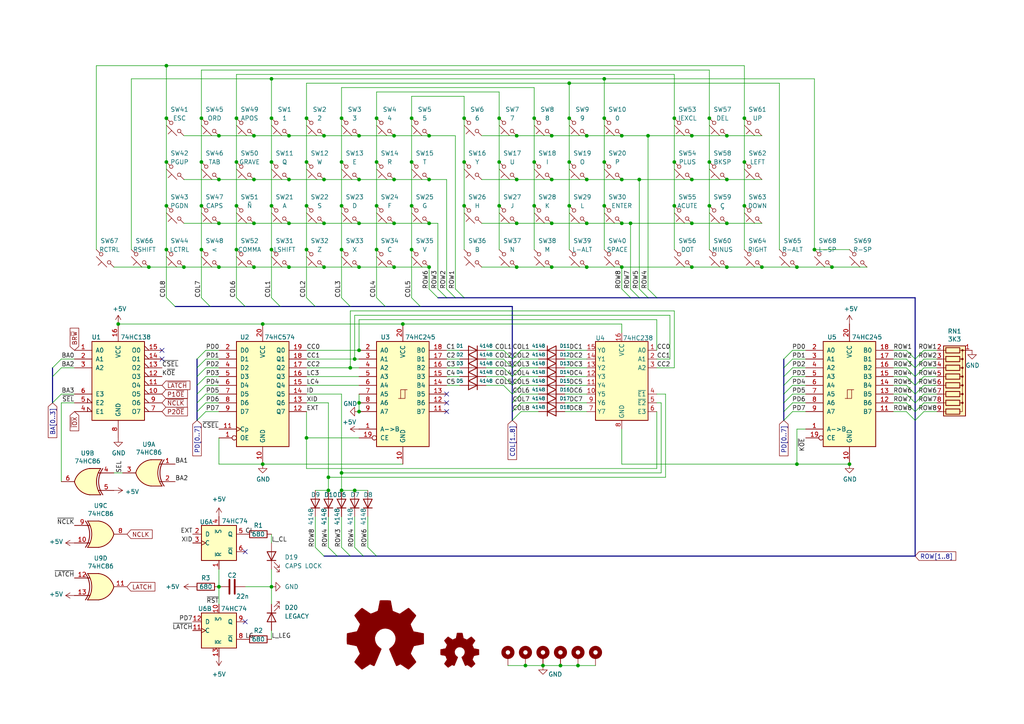
<source format=kicad_sch>
(kicad_sch (version 20231120) (generator "eeschema") (generator_version "8.0")
  (paper "A4")
  (title_block (title "Durango·PLUS extended Keyboard (compact)") (date "2024-11-11") (rev "v1.0") (company "@zuiko21") (comment 1 "(c) 2023-2024 Carlos J. Santisteban"))
  (junction (at 48.26 46.99))
  (junction (at 185.42 52.07))
  (junction (at 231.14 134.62))
  (junction (at 88.9 34.29))
  (junction (at 187.96 39.37))
  (junction (at 58.42 72.39))
  (junction (at 99.06 137.16))
  (junction (at 104.14 52.07))
  (junction (at 109.22 34.29))
  (junction (at 104.14 116.84))
  (junction (at 78.74 170.18))
  (junction (at 124.46 52.07))
  (junction (at 134.62 46.99))
  (junction (at 76.2 134.62))
  (junction (at 114.3 77.47))
  (junction (at 104.14 39.37))
  (junction (at 102.87 104.14))
  (junction (at 95.25 142.24))
  (junction (at 152.4 193.04))
  (junction (at 149.86 52.07))
  (junction (at 78.74 72.39))
  (junction (at 200.66 39.37))
  (junction (at 99.06 59.69))
  (junction (at 134.62 59.69))
  (junction (at 73.66 77.47))
  (junction (at 34.29 93.98))
  (junction (at 83.82 64.77))
  (junction (at 162.56 193.04))
  (junction (at 144.78 34.29))
  (junction (at 200.66 77.47))
  (junction (at 101.6 106.68))
  (junction (at 180.34 64.77))
  (junction (at 93.98 52.07))
  (junction (at 124.46 64.77))
  (junction (at 109.22 46.99))
  (junction (at 210.82 52.07))
  (junction (at 95.25 138.43))
  (junction (at 236.22 72.39))
  (junction (at 165.1 34.29))
  (junction (at 195.58 34.29))
  (junction (at 205.74 59.69))
  (junction (at 58.42 34.29))
  (junction (at 73.66 52.07))
  (junction (at 88.9 127))
  (junction (at 149.86 64.77))
  (junction (at 165.1 46.99))
  (junction (at 48.26 34.29))
  (junction (at 154.94 59.69))
  (junction (at 124.46 77.47))
  (junction (at 124.46 39.37))
  (junction (at 215.9 59.69))
  (junction (at 93.98 77.47))
  (junction (at 104.14 101.6))
  (junction (at 119.38 46.99))
  (junction (at 88.9 72.39))
  (junction (at 205.74 34.29))
  (junction (at 58.42 59.69))
  (junction (at 102.87 142.24))
  (junction (at 48.26 72.39))
  (junction (at 144.78 46.99))
  (junction (at 210.82 77.47))
  (junction (at 63.5 64.77))
  (junction (at 99.06 72.39))
  (junction (at 68.58 34.29))
  (junction (at 114.3 39.37))
  (junction (at 210.82 64.77))
  (junction (at 99.06 46.99))
  (junction (at 88.9 59.69))
  (junction (at 48.26 19.05))
  (junction (at 165.1 59.69))
  (junction (at 154.94 46.99))
  (junction (at 154.94 34.29))
  (junction (at 160.02 77.47))
  (junction (at 175.26 34.29))
  (junction (at 99.06 142.24))
  (junction (at 170.18 52.07))
  (junction (at 99.06 34.29))
  (junction (at 93.98 39.37))
  (junction (at 170.18 39.37))
  (junction (at 83.82 52.07))
  (junction (at 210.82 39.37))
  (junction (at 144.78 59.69))
  (junction (at 180.34 39.37))
  (junction (at 160.02 39.37))
  (junction (at 78.74 34.29))
  (junction (at 114.3 52.07))
  (junction (at 73.66 64.77))
  (junction (at 43.18 77.47))
  (junction (at 68.58 72.39))
  (junction (at 48.26 59.69))
  (junction (at 215.9 34.29))
  (junction (at 83.82 77.47))
  (junction (at 109.22 72.39))
  (junction (at 241.3 77.47))
  (junction (at 220.98 77.47))
  (junction (at 175.26 59.69))
  (junction (at 205.74 46.99))
  (junction (at 175.26 46.99))
  (junction (at 53.34 77.47))
  (junction (at 182.88 64.77))
  (junction (at 170.18 64.77))
  (junction (at 231.14 77.47))
  (junction (at 63.5 77.47))
  (junction (at 165.1 24.13))
  (junction (at 58.42 46.99))
  (junction (at 119.38 59.69))
  (junction (at 76.2 93.98))
  (junction (at 78.74 59.69))
  (junction (at 200.66 64.77))
  (junction (at 104.14 77.47))
  (junction (at 83.82 39.37))
  (junction (at 167.64 193.04))
  (junction (at 93.98 64.77))
  (junction (at 180.34 52.07))
  (junction (at 170.18 77.47))
  (junction (at 109.22 59.69))
  (junction (at 134.62 34.29))
  (junction (at 63.5 170.18))
  (junction (at 180.34 77.47))
  (junction (at 119.38 34.29))
  (junction (at 78.74 46.99))
  (junction (at 73.66 39.37))
  (junction (at 104.14 119.38))
  (junction (at 246.38 134.62))
  (junction (at 195.58 46.99))
  (junction (at 160.02 64.77))
  (junction (at 88.9 46.99))
  (junction (at 149.86 39.37))
  (junction (at 195.58 59.69))
  (junction (at 175.26 22.86))
  (junction (at 200.66 52.07))
  (junction (at 78.74 22.86))
  (junction (at 149.86 77.47))
  (junction (at 63.5 52.07))
  (junction (at 114.3 64.77))
  (junction (at 157.48 193.04))
  (junction (at 68.58 59.69))
  (junction (at 215.9 46.99))
  (junction (at 119.38 72.39))
  (junction (at 104.14 64.77))
  (junction (at 68.58 46.99))
  (junction (at 63.5 39.37))
  (junction (at 116.84 93.98))
  (junction (at 160.02 52.07))
  (no_connect (at 129.54 114.3))
  (no_connect (at 129.54 116.84))
  (no_connect (at 71.12 180.34))
  (no_connect (at 129.54 119.38))
  (no_connect (at 71.12 160.02))
  (no_connect (at 46.99 104.14))
  (no_connect (at 46.99 101.6))
  (bus_entry (at 262.89 111.76) (size 2.54 2.54))
  (bus_entry (at 57.15 104.14) (size 2.54 -2.54))
  (bus_entry (at 229.87 116.84) (size -2.54 2.54))
  (bus_entry (at 262.89 116.84) (size 2.54 2.54))
  (bus_entry (at 267.97 119.38) (size -2.54 2.54))
  (bus_entry (at 267.97 111.76) (size -2.54 2.54))
  (bus_entry (at 267.97 116.84) (size -2.54 2.54))
  (bus_entry (at 48.26 86.36) (size 2.54 2.54))
  (bus_entry (at 267.97 114.3) (size -2.54 2.54))
  (bus_entry (at 182.88 83.82) (size 2.54 2.54))
  (bus_entry (at 151.13 111.76) (size -2.54 2.54))
  (bus_entry (at 106.68 158.75) (size 2.54 2.54))
  (bus_entry (at 267.97 106.68) (size -2.54 2.54))
  (bus_entry (at 99.06 86.36) (size 2.54 2.54))
  (bus_entry (at 57.15 121.92) (size 2.54 -2.54))
  (bus_entry (at 146.05 111.76) (size 2.54 2.54))
  (bus_entry (at 146.05 109.22) (size 2.54 2.54))
  (bus_entry (at 15.24 109.22) (size 2.54 -2.54))
  (bus_entry (at 180.34 83.82) (size 2.54 2.54))
  (bus_entry (at 151.13 104.14) (size -2.54 2.54))
  (bus_entry (at 151.13 106.68) (size -2.54 2.54))
  (bus_entry (at 151.13 119.38) (size -2.54 2.54))
  (bus_entry (at 229.87 114.3) (size -2.54 2.54))
  (bus_entry (at 267.97 101.6) (size -2.54 2.54))
  (bus_entry (at 15.24 116.84) (size 2.54 -2.54))
  (bus_entry (at 146.05 104.14) (size 2.54 2.54))
  (bus_entry (at 15.24 106.68) (size 2.54 -2.54))
  (bus_entry (at 88.9 86.36) (size 2.54 2.54))
  (bus_entry (at 57.15 106.68) (size 2.54 -2.54))
  (bus_entry (at 185.42 83.82) (size 2.54 2.54))
  (bus_entry (at 229.87 109.22) (size -2.54 2.54))
  (bus_entry (at 146.05 101.6) (size 2.54 2.54))
  (bus_entry (at 262.89 104.14) (size 2.54 2.54))
  (bus_entry (at 132.08 83.82) (size 2.54 2.54))
  (bus_entry (at 68.58 86.36) (size 2.54 2.54))
  (bus_entry (at 151.13 114.3) (size -2.54 2.54))
  (bus_entry (at 129.54 83.82) (size 2.54 2.54))
  (bus_entry (at 229.87 111.76) (size -2.54 2.54))
  (bus_entry (at 229.87 101.6) (size -2.54 2.54))
  (bus_entry (at 99.06 158.75) (size 2.54 2.54))
  (bus_entry (at 57.15 116.84) (size 2.54 -2.54))
  (bus_entry (at 229.87 119.38) (size -2.54 2.54))
  (bus_entry (at 57.15 119.38) (size 2.54 -2.54))
  (bus_entry (at 262.89 114.3) (size 2.54 2.54))
  (bus_entry (at 229.87 106.68) (size -2.54 2.54))
  (bus_entry (at 151.13 101.6) (size -2.54 2.54))
  (bus_entry (at 151.13 109.22) (size -2.54 2.54))
  (bus_entry (at 102.87 158.75) (size 2.54 2.54))
  (bus_entry (at 109.22 86.36) (size 2.54 2.54))
  (bus_entry (at 267.97 104.14) (size -2.54 2.54))
  (bus_entry (at 146.05 106.68) (size 2.54 2.54))
  (bus_entry (at 262.89 109.22) (size 2.54 2.54))
  (bus_entry (at 119.38 86.36) (size 2.54 2.54))
  (bus_entry (at 127 83.82) (size 2.54 2.54))
  (bus_entry (at 262.89 119.38) (size 2.54 2.54))
  (bus_entry (at 91.44 158.75) (size 2.54 2.54))
  (bus_entry (at 124.46 83.82) (size 2.54 2.54))
  (bus_entry (at 58.42 86.36) (size 2.54 2.54))
  (bus_entry (at 151.13 116.84) (size -2.54 2.54))
  (bus_entry (at 57.15 111.76) (size 2.54 -2.54))
  (bus_entry (at 57.15 114.3) (size 2.54 -2.54))
  (bus_entry (at 262.89 106.68) (size 2.54 2.54))
  (bus_entry (at 57.15 109.22) (size 2.54 -2.54))
  (bus_entry (at 95.25 158.75) (size 2.54 2.54))
  (bus_entry (at 78.74 86.36) (size 2.54 2.54))
  (bus_entry (at 262.89 101.6) (size 2.54 2.54))
  (bus_entry (at 187.96 83.82) (size 2.54 2.54))
  (bus_entry (at 267.97 109.22) (size -2.54 2.54))
  (bus_entry (at 229.87 104.14) (size -2.54 2.54))
  (wire (pts (xy 259.08 111.76) (xy 262.89 111.76)))
  (wire (pts (xy 83.82 77.47) (xy 93.98 77.47)))
  (wire (pts (xy 95.25 138.43) (xy 193.04 138.43)))
  (wire (pts (xy 109.22 34.29) (xy 109.22 46.99)))
  (bus (pts (xy 227.33 106.68) (xy 227.33 109.22)))
  (bus (pts (xy 148.59 114.3) (xy 148.59 116.84)))
  (wire (pts (xy 58.42 34.29) (xy 58.42 46.99)))
  (wire (pts (xy 48.26 19.05) (xy 215.9 19.05)))
  (bus (pts (xy 227.33 119.38) (xy 227.33 121.92)))
  (wire (pts (xy 63.5 170.18) (xy 63.5 175.26)))
  (wire (pts (xy 193.04 114.3) (xy 190.5 114.3)))
  (bus (pts (xy 101.6 161.29) (xy 105.41 161.29)))
  (wire (pts (xy 93.98 77.47) (xy 104.14 77.47)))
  (wire (pts (xy 156.21 101.6) (xy 151.13 101.6)))
  (wire (pts (xy 114.3 39.37) (xy 124.46 39.37)))
  (wire (pts (xy 124.46 64.77) (xy 127 64.77)))
  (wire (pts (xy 63.5 39.37) (xy 73.66 39.37)))
  (wire (pts (xy 88.9 111.76) (xy 104.14 111.76)))
  (wire (pts (xy 210.82 52.07) (xy 220.98 52.07)))
  (wire (pts (xy 170.18 64.77) (xy 180.34 64.77)))
  (wire (pts (xy 48.26 59.69) (xy 48.26 72.39)))
  (wire (pts (xy 59.69 106.68) (xy 63.5 106.68)))
  (wire (pts (xy 127 64.77) (xy 127 83.82)))
  (bus (pts (xy 148.59 106.68) (xy 148.59 109.22)))
  (wire (pts (xy 165.1 59.69) (xy 165.1 72.39)))
  (wire (pts (xy 233.68 106.68) (xy 229.87 106.68)))
  (wire (pts (xy 165.1 34.29) (xy 165.1 24.13)))
  (wire (pts (xy 63.5 109.22) (xy 59.69 109.22)))
  (wire (pts (xy 144.78 34.29) (xy 144.78 46.99)))
  (wire (pts (xy 205.74 34.29) (xy 205.74 46.99)))
  (wire (pts (xy 167.64 193.04) (xy 172.72 193.04)))
  (wire (pts (xy 220.98 77.47) (xy 231.14 77.47)))
  (wire (pts (xy 71.12 170.18) (xy 78.74 170.18)))
  (wire (pts (xy 88.9 135.89) (xy 88.9 127)))
  (wire (pts (xy 34.29 93.98) (xy 76.2 93.98)))
  (wire (pts (xy 180.34 39.37) (xy 170.18 39.37)))
  (wire (pts (xy 119.38 72.39) (xy 119.38 86.36)))
  (wire (pts (xy 53.34 52.07) (xy 63.5 52.07)))
  (wire (pts (xy 102.87 149.86) (xy 102.87 158.75)))
  (wire (pts (xy 53.34 64.77) (xy 63.5 64.77)))
  (wire (pts (xy 195.58 21.59) (xy 195.58 34.29)))
  (wire (pts (xy 210.82 64.77) (xy 220.98 64.77)))
  (wire (pts (xy 43.18 77.47) (xy 53.34 77.47)))
  (wire (pts (xy 68.58 46.99) (xy 68.58 59.69)))
  (wire (pts (xy 175.26 59.69) (xy 175.26 46.99)))
  (wire (pts (xy 195.58 106.68) (xy 195.58 90.17)))
  (wire (pts (xy 88.9 34.29) (xy 88.9 46.99)))
  (wire (pts (xy 99.06 46.99) (xy 99.06 34.29)))
  (wire (pts (xy 109.22 34.29) (xy 109.22 26.67)))
  (wire (pts (xy 68.58 34.29) (xy 68.58 21.59)))
  (wire (pts (xy 93.98 39.37) (xy 104.14 39.37)))
  (wire (pts (xy 190.5 106.68) (xy 195.58 106.68)))
  (wire (pts (xy 73.66 77.47) (xy 83.82 77.47)))
  (wire (pts (xy 144.78 46.99) (xy 144.78 59.69)))
  (bus (pts (xy 185.42 86.36) (xy 187.96 86.36)))
  (bus (pts (xy 121.92 88.9) (xy 148.59 88.9)))
  (wire (pts (xy 259.08 116.84) (xy 262.89 116.84)))
  (bus (pts (xy 148.59 119.38) (xy 148.59 121.92)))
  (wire (pts (xy 149.86 39.37) (xy 139.7 39.37)))
  (wire (pts (xy 175.26 22.86) (xy 236.22 22.86)))
  (wire (pts (xy 190.5 116.84) (xy 191.77 116.84)))
  (wire (pts (xy 156.21 119.38) (xy 151.13 119.38)))
  (wire (pts (xy 33.02 77.47) (xy 43.18 77.47)))
  (bus (pts (xy 105.41 161.29) (xy 109.22 161.29)))
  (wire (pts (xy 99.06 137.16) (xy 99.06 142.24)))
  (wire (pts (xy 157.48 193.04) (xy 162.56 193.04)))
  (wire (pts (xy 88.9 59.69) (xy 88.9 72.39)))
  (wire (pts (xy 175.26 72.39) (xy 175.26 59.69)))
  (wire (pts (xy 160.02 77.47) (xy 170.18 77.47)))
  (wire (pts (xy 99.06 59.69) (xy 99.06 46.99)))
  (wire (pts (xy 78.74 34.29) (xy 78.74 46.99)))
  (wire (pts (xy 102.87 104.14) (xy 104.14 104.14)))
  (wire (pts (xy 233.68 111.76) (xy 229.87 111.76)))
  (wire (pts (xy 154.94 46.99) (xy 154.94 34.29)))
  (wire (pts (xy 129.54 109.22) (xy 133.35 109.22)))
  (wire (pts (xy 267.97 101.6) (xy 271.78 101.6)))
  (wire (pts (xy 88.9 114.3) (xy 99.06 114.3)))
  (wire (pts (xy 114.3 64.77) (xy 124.46 64.77)))
  (wire (pts (xy 133.35 104.14) (xy 129.54 104.14)))
  (wire (pts (xy 163.83 101.6) (xy 170.18 101.6)))
  (wire (pts (xy 78.74 170.18) (xy 78.74 165.1)))
  (bus (pts (xy 265.43 106.68) (xy 265.43 109.22)))
  (wire (pts (xy 215.9 46.99) (xy 215.9 59.69)))
  (wire (pts (xy 170.18 111.76) (xy 163.83 111.76)))
  (wire (pts (xy 91.44 149.86) (xy 91.44 158.75)))
  (bus (pts (xy 109.22 161.29) (xy 265.43 161.29)))
  (wire (pts (xy 180.34 39.37) (xy 187.96 39.37)))
  (wire (pts (xy 59.69 116.84) (xy 63.5 116.84)))
  (wire (pts (xy 194.31 104.14) (xy 190.5 104.14)))
  (wire (pts (xy 236.22 72.39) (xy 246.38 72.39)))
  (wire (pts (xy 241.3 77.47) (xy 251.46 77.47)))
  (wire (pts (xy 147.32 193.04) (xy 152.4 193.04)))
  (bus (pts (xy 227.33 109.22) (xy 227.33 111.76)))
  (bus (pts (xy 132.08 86.36) (xy 134.62 86.36)))
  (wire (pts (xy 175.26 22.86) (xy 78.74 22.86)))
  (wire (pts (xy 114.3 77.47) (xy 124.46 77.47)))
  (wire (pts (xy 259.08 106.68) (xy 262.89 106.68)))
  (wire (pts (xy 267.97 116.84) (xy 271.78 116.84)))
  (wire (pts (xy 231.14 134.62) (xy 246.38 134.62)))
  (wire (pts (xy 21.59 114.3) (xy 17.78 114.3)))
  (wire (pts (xy 182.88 64.77) (xy 200.66 64.77)))
  (wire (pts (xy 259.08 109.22) (xy 262.89 109.22)))
  (wire (pts (xy 233.68 101.6) (xy 229.87 101.6)))
  (wire (pts (xy 152.4 193.04) (xy 157.48 193.04)))
  (wire (pts (xy 259.08 119.38) (xy 262.89 119.38)))
  (wire (pts (xy 215.9 59.69) (xy 215.9 72.39)))
  (wire (pts (xy 231.14 124.46) (xy 231.14 134.62)))
  (wire (pts (xy 78.74 170.18) (xy 78.74 175.26)))
  (wire (pts (xy 17.78 116.84) (xy 17.78 139.7)))
  (wire (pts (xy 99.06 72.39) (xy 99.06 86.36)))
  (wire (pts (xy 104.14 114.3) (xy 104.14 116.84)))
  (wire (pts (xy 259.08 101.6) (xy 262.89 101.6)))
  (wire (pts (xy 119.38 27.94) (xy 134.62 27.94)))
  (wire (pts (xy 185.42 52.07) (xy 185.42 83.82)))
  (wire (pts (xy 38.1 22.86) (xy 38.1 72.39)))
  (wire (pts (xy 48.26 34.29) (xy 48.26 19.05)))
  (wire (pts (xy 88.9 46.99) (xy 88.9 59.69)))
  (wire (pts (xy 267.97 109.22) (xy 271.78 109.22)))
  (bus (pts (xy 15.24 109.22) (xy 15.24 116.84)))
  (wire (pts (xy 63.5 134.62) (xy 76.2 134.62)))
  (wire (pts (xy 33.02 137.16) (xy 35.56 137.16)))
  (wire (pts (xy 259.08 104.14) (xy 262.89 104.14)))
  (wire (pts (xy 182.88 64.77) (xy 182.88 83.82)))
  (wire (pts (xy 109.22 46.99) (xy 109.22 59.69)))
  (wire (pts (xy 175.26 46.99) (xy 175.26 34.29)))
  (wire (pts (xy 267.97 106.68) (xy 271.78 106.68)))
  (wire (pts (xy 99.06 59.69) (xy 99.06 72.39)))
  (wire (pts (xy 116.84 93.98) (xy 180.34 93.98)))
  (bus (pts (xy 148.59 111.76) (xy 148.59 114.3)))
  (wire (pts (xy 170.18 116.84) (xy 163.83 116.84)))
  (bus (pts (xy 265.43 86.36) (xy 265.43 104.14)))
  (wire (pts (xy 102.87 142.24) (xy 106.68 142.24)))
  (wire (pts (xy 187.96 39.37) (xy 200.66 39.37)))
  (wire (pts (xy 78.74 154.94) (xy 78.74 157.48)))
  (wire (pts (xy 195.58 46.99) (xy 195.58 59.69)))
  (wire (pts (xy 190.5 92.71) (xy 104.14 92.71)))
  (wire (pts (xy 139.7 77.47) (xy 149.86 77.47)))
  (wire (pts (xy 78.74 46.99) (xy 78.74 59.69)))
  (wire (pts (xy 170.18 52.07) (xy 160.02 52.07)))
  (wire (pts (xy 63.5 111.76) (xy 59.69 111.76)))
  (bus (pts (xy 111.76 88.9) (xy 121.92 88.9)))
  (bus (pts (xy 227.33 114.3) (xy 227.33 116.84)))
  (wire (pts (xy 104.14 52.07) (xy 114.3 52.07)))
  (wire (pts (xy 63.5 52.07) (xy 73.66 52.07)))
  (wire (pts (xy 63.5 77.47) (xy 73.66 77.47)))
  (wire (pts (xy 88.9 116.84) (xy 95.25 116.84)))
  (wire (pts (xy 102.87 104.14) (xy 102.87 91.44)))
  (wire (pts (xy 170.18 77.47) (xy 180.34 77.47)))
  (wire (pts (xy 53.34 77.47) (xy 63.5 77.47)))
  (wire (pts (xy 88.9 101.6) (xy 104.14 101.6)))
  (wire (pts (xy 88.9 104.14) (xy 102.87 104.14)))
  (wire (pts (xy 180.34 52.07) (xy 170.18 52.07)))
  (wire (pts (xy 76.2 93.98) (xy 116.84 93.98)))
  (wire (pts (xy 156.21 106.68) (xy 151.13 106.68)))
  (bus (pts (xy 265.43 119.38) (xy 265.43 121.92)))
  (wire (pts (xy 109.22 26.67) (xy 144.78 26.67)))
  (wire (pts (xy 101.6 106.68) (xy 104.14 106.68)))
  (wire (pts (xy 134.62 27.94) (xy 134.62 34.29)))
  (wire (pts (xy 139.7 64.77) (xy 149.86 64.77)))
  (wire (pts (xy 58.42 59.69) (xy 58.42 72.39)))
  (wire (pts (xy 104.14 77.47) (xy 114.3 77.47)))
  (wire (pts (xy 83.82 64.77) (xy 93.98 64.77)))
  (wire (pts (xy 109.22 59.69) (xy 109.22 72.39)))
  (bus (pts (xy 227.33 104.14) (xy 227.33 106.68)))
  (wire (pts (xy 160.02 64.77) (xy 170.18 64.77)))
  (wire (pts (xy 170.18 119.38) (xy 163.83 119.38)))
  (wire (pts (xy 21.59 104.14) (xy 17.78 104.14)))
  (wire (pts (xy 154.94 72.39) (xy 154.94 59.69)))
  (wire (pts (xy 76.2 134.62) (xy 116.84 134.62)))
  (wire (pts (xy 190.5 135.89) (xy 190.5 119.38)))
  (wire (pts (xy 91.44 142.24) (xy 95.25 142.24)))
  (bus (pts (xy 265.43 121.92) (xy 265.43 161.29)))
  (wire (pts (xy 200.66 52.07) (xy 210.82 52.07)))
  (wire (pts (xy 27.94 19.05) (xy 27.94 72.39)))
  (wire (pts (xy 63.5 165.1) (xy 63.5 170.18)))
  (bus (pts (xy 129.54 86.36) (xy 132.08 86.36)))
  (wire (pts (xy 154.94 34.29) (xy 154.94 25.4)))
  (wire (pts (xy 195.58 59.69) (xy 195.58 72.39)))
  (wire (pts (xy 140.97 111.76) (xy 146.05 111.76)))
  (wire (pts (xy 175.26 34.29) (xy 175.26 22.86)))
  (wire (pts (xy 58.42 20.32) (xy 58.42 34.29)))
  (wire (pts (xy 149.86 64.77) (xy 160.02 64.77)))
  (bus (pts (xy 227.33 111.76) (xy 227.33 114.3)))
  (wire (pts (xy 233.68 116.84) (xy 229.87 116.84)))
  (wire (pts (xy 78.74 22.86) (xy 78.74 34.29)))
  (wire (pts (xy 119.38 34.29) (xy 119.38 27.94)))
  (wire (pts (xy 200.66 64.77) (xy 210.82 64.77)))
  (wire (pts (xy 78.74 182.88) (xy 78.74 185.42)))
  (wire (pts (xy 156.21 104.14) (xy 151.13 104.14)))
  (wire (pts (xy 114.3 52.07) (xy 124.46 52.07)))
  (wire (pts (xy 95.25 138.43) (xy 95.25 142.24)))
  (wire (pts (xy 180.34 124.46) (xy 180.34 134.62)))
  (wire (pts (xy 99.06 149.86) (xy 99.06 158.75)))
  (wire (pts (xy 124.46 39.37) (xy 132.08 39.37)))
  (wire (pts (xy 101.6 90.17) (xy 101.6 106.68)))
  (wire (pts (xy 200.66 39.37) (xy 210.82 39.37)))
  (wire (pts (xy 233.68 109.22) (xy 229.87 109.22)))
  (wire (pts (xy 205.74 59.69) (xy 205.74 72.39)))
  (wire (pts (xy 190.5 135.89) (xy 88.9 135.89)))
  (wire (pts (xy 156.21 116.84) (xy 151.13 116.84)))
  (bus (pts (xy 265.43 114.3) (xy 265.43 116.84)))
  (wire (pts (xy 88.9 109.22) (xy 104.14 109.22)))
  (wire (pts (xy 99.06 142.24) (xy 102.87 142.24)))
  (wire (pts (xy 119.38 59.69) (xy 119.38 72.39)))
  (wire (pts (xy 21.59 116.84) (xy 17.78 116.84)))
  (wire (pts (xy 267.97 114.3) (xy 271.78 114.3)))
  (wire (pts (xy 63.5 104.14) (xy 59.69 104.14)))
  (wire (pts (xy 210.82 77.47) (xy 220.98 77.47)))
  (wire (pts (xy 48.26 34.29) (xy 48.26 46.99)))
  (wire (pts (xy 160.02 39.37) (xy 149.86 39.37)))
  (wire (pts (xy 200.66 77.47) (xy 210.82 77.47)))
  (wire (pts (xy 58.42 46.99) (xy 58.42 59.69)))
  (wire (pts (xy 180.34 52.07) (xy 185.42 52.07)))
  (wire (pts (xy 233.68 114.3) (xy 229.87 114.3)))
  (wire (pts (xy 170.18 114.3) (xy 163.83 114.3)))
  (bus (pts (xy 182.88 86.36) (xy 185.42 86.36)))
  (bus (pts (xy 187.96 86.36) (xy 190.5 86.36)))
  (wire (pts (xy 78.74 72.39) (xy 78.74 86.36)))
  (wire (pts (xy 195.58 90.17) (xy 101.6 90.17)))
  (wire (pts (xy 129.54 111.76) (xy 133.35 111.76)))
  (wire (pts (xy 233.68 104.14) (xy 229.87 104.14)))
  (wire (pts (xy 170.18 106.68) (xy 163.83 106.68)))
  (bus (pts (xy 57.15 106.68) (xy 57.15 109.22)))
  (wire (pts (xy 170.18 109.22) (xy 163.83 109.22)))
  (bus (pts (xy 265.43 111.76) (xy 265.43 114.3)))
  (wire (pts (xy 156.21 109.22) (xy 151.13 109.22)))
  (wire (pts (xy 104.14 64.77) (xy 114.3 64.77)))
  (wire (pts (xy 88.9 119.38) (xy 88.9 127)))
  (wire (pts (xy 205.74 46.99) (xy 205.74 59.69)))
  (wire (pts (xy 78.74 59.69) (xy 78.74 72.39)))
  (wire (pts (xy 93.98 64.77) (xy 104.14 64.77)))
  (bus (pts (xy 81.28 88.9) (xy 91.44 88.9)))
  (wire (pts (xy 68.58 72.39) (xy 68.58 86.36)))
  (wire (pts (xy 215.9 19.05) (xy 215.9 34.29)))
  (wire (pts (xy 88.9 127) (xy 104.14 127)))
  (wire (pts (xy 170.18 39.37) (xy 160.02 39.37)))
  (wire (pts (xy 140.97 106.68) (xy 146.05 106.68)))
  (wire (pts (xy 162.56 193.04) (xy 167.64 193.04)))
  (wire (pts (xy 180.34 93.98) (xy 180.34 96.52)))
  (wire (pts (xy 140.97 109.22) (xy 146.05 109.22)))
  (bus (pts (xy 57.15 116.84) (xy 57.15 119.38)))
  (wire (pts (xy 78.74 22.86) (xy 38.1 22.86)))
  (bus (pts (xy 127 86.36) (xy 129.54 86.36)))
  (bus (pts (xy 57.15 114.3) (xy 57.15 116.84)))
  (bus (pts (xy 134.62 86.36) (xy 182.88 86.36)))
  (wire (pts (xy 165.1 24.13) (xy 88.9 24.13)))
  (wire (pts (xy 68.58 59.69) (xy 68.58 72.39)))
  (wire (pts (xy 195.58 34.29) (xy 195.58 46.99)))
  (bus (pts (xy 265.43 116.84) (xy 265.43 119.38)))
  (wire (pts (xy 190.5 101.6) (xy 190.5 92.71)))
  (wire (pts (xy 109.22 72.39) (xy 109.22 86.36)))
  (bus (pts (xy 71.12 88.9) (xy 81.28 88.9)))
  (wire (pts (xy 185.42 52.07) (xy 200.66 52.07)))
  (wire (pts (xy 48.26 19.05) (xy 27.94 19.05)))
  (wire (pts (xy 180.34 134.62) (xy 231.14 134.62)))
  (wire (pts (xy 191.77 116.84) (xy 191.77 137.16)))
  (wire (pts (xy 119.38 34.29) (xy 119.38 46.99)))
  (wire (pts (xy 236.22 22.86) (xy 236.22 72.39)))
  (wire (pts (xy 267.97 104.14) (xy 271.78 104.14)))
  (wire (pts (xy 53.34 39.37) (xy 63.5 39.37)))
  (wire (pts (xy 63.5 101.6) (xy 59.69 101.6)))
  (wire (pts (xy 73.66 39.37) (xy 83.82 39.37)))
  (wire (pts (xy 267.97 111.76) (xy 271.78 111.76)))
  (bus (pts (xy 101.6 88.9) (xy 111.76 88.9)))
  (wire (pts (xy 99.06 114.3) (xy 99.06 137.16)))
  (bus (pts (xy 97.79 161.29) (xy 101.6 161.29)))
  (wire (pts (xy 88.9 72.39) (xy 88.9 86.36)))
  (wire (pts (xy 144.78 59.69) (xy 144.78 72.39)))
  (wire (pts (xy 226.06 24.13) (xy 226.06 72.39)))
  (wire (pts (xy 165.1 24.13) (xy 226.06 24.13)))
  (wire (pts (xy 63.5 127) (xy 63.5 134.62)))
  (wire (pts (xy 180.34 77.47) (xy 180.34 83.82)))
  (wire (pts (xy 134.62 59.69) (xy 134.62 46.99)))
  (wire (pts (xy 233.68 124.46) (xy 231.14 124.46)))
  (wire (pts (xy 106.68 158.75) (xy 106.68 149.86)))
  (wire (pts (xy 102.87 91.44) (xy 194.31 91.44)))
  (wire (pts (xy 59.69 119.38) (xy 63.5 119.38)))
  (wire (pts (xy 160.02 52.07) (xy 149.86 52.07)))
  (bus (pts (xy 93.98 161.29) (xy 97.79 161.29)))
  (bus (pts (xy 148.59 104.14) (xy 148.59 106.68)))
  (wire (pts (xy 140.97 101.6) (xy 146.05 101.6)))
  (bus (pts (xy 148.59 116.84) (xy 148.59 119.38)))
  (wire (pts (xy 149.86 52.07) (xy 139.7 52.07)))
  (wire (pts (xy 68.58 21.59) (xy 195.58 21.59)))
  (wire (pts (xy 165.1 46.99) (xy 165.1 59.69)))
  (wire (pts (xy 95.25 149.86) (xy 95.25 158.75)))
  (wire (pts (xy 215.9 34.29) (xy 215.9 46.99)))
  (wire (pts (xy 93.98 52.07) (xy 104.14 52.07)))
  (wire (pts (xy 210.82 39.37) (xy 220.98 39.37)))
  (wire (pts (xy 267.97 119.38) (xy 271.78 119.38)))
  (bus (pts (xy 15.24 106.68) (xy 15.24 109.22)))
  (wire (pts (xy 180.34 64.77) (xy 182.88 64.77)))
  (bus (pts (xy 57.15 104.14) (xy 57.15 106.68)))
  (wire (pts (xy 104.14 92.71) (xy 104.14 101.6)))
  (wire (pts (xy 95.25 116.84) (xy 95.25 138.43)))
  (wire (pts (xy 83.82 39.37) (xy 93.98 39.37)))
  (bus (pts (xy 57.15 119.38) (xy 57.15 121.92)))
  (wire (pts (xy 205.74 20.32) (xy 58.42 20.32)))
  (bus (pts (xy 148.59 109.22) (xy 148.59 111.76)))
  (wire (pts (xy 194.31 91.44) (xy 194.31 104.14)))
  (bus (pts (xy 190.5 86.36) (xy 265.43 86.36)))
  (wire (pts (xy 59.69 114.3) (xy 63.5 114.3)))
  (bus (pts (xy 50.8 88.9) (xy 60.96 88.9)))
  (wire (pts (xy 104.14 39.37) (xy 114.3 39.37)))
  (bus (pts (xy 60.96 88.9) (xy 71.12 88.9)))
  (bus (pts (xy 91.44 88.9) (xy 101.6 88.9)))
  (wire (pts (xy 129.54 52.07) (xy 129.54 83.82)))
  (wire (pts (xy 99.06 25.4) (xy 99.06 34.29)))
  (wire (pts (xy 58.42 72.39) (xy 58.42 86.36)))
  (wire (pts (xy 134.62 72.39) (xy 134.62 59.69)))
  (bus (pts (xy 148.59 88.9) (xy 148.59 104.14)))
  (bus (pts (xy 227.33 116.84) (xy 227.33 119.38)))
  (wire (pts (xy 119.38 46.99) (xy 119.38 59.69)))
  (wire (pts (xy 231.14 77.47) (xy 241.3 77.47)))
  (wire (pts (xy 124.46 77.47) (xy 124.46 83.82)))
  (bus (pts (xy 57.15 109.22) (xy 57.15 111.76)))
  (bus (pts (xy 265.43 109.22) (xy 265.43 111.76)))
  (wire (pts (xy 63.5 64.77) (xy 73.66 64.77)))
  (wire (pts (xy 88.9 24.13) (xy 88.9 34.29)))
  (wire (pts (xy 144.78 26.67) (xy 144.78 34.29)))
  (wire (pts (xy 104.14 116.84) (xy 104.14 119.38)))
  (wire (pts (xy 187.96 39.37) (xy 187.96 83.82)))
  (wire (pts (xy 134.62 46.99) (xy 134.62 34.29)))
  (wire (pts (xy 129.54 106.68) (xy 133.35 106.68)))
  (wire (pts (xy 21.59 106.68) (xy 17.78 106.68)))
  (wire (pts (xy 149.86 77.47) (xy 160.02 77.47)))
  (wire (pts (xy 205.74 34.29) (xy 205.74 20.32)))
  (wire (pts (xy 48.26 46.99) (xy 48.26 59.69)))
  (wire (pts (xy 154.94 25.4) (xy 99.06 25.4)))
  (wire (pts (xy 163.83 104.14) (xy 170.18 104.14)))
  (wire (pts (xy 132.08 39.37) (xy 132.08 83.82)))
  (wire (pts (xy 88.9 106.68) (xy 101.6 106.68)))
  (wire (pts (xy 73.66 64.77) (xy 83.82 64.77)))
  (wire (pts (xy 151.13 114.3) (xy 156.21 114.3)))
  (wire (pts (xy 165.1 34.29) (xy 165.1 46.99)))
  (wire (pts (xy 73.66 52.07) (xy 83.82 52.07)))
  (wire (pts (xy 48.26 72.39) (xy 48.26 86.36)))
  (wire (pts (xy 180.34 77.47) (xy 200.66 77.47)))
  (wire (pts (xy 193.04 138.43) (xy 193.04 114.3)))
  (wire (pts (xy 259.08 114.3) (xy 262.89 114.3)))
  (wire (pts (xy 124.46 52.07) (xy 129.54 52.07)))
  (wire (pts (xy 233.68 119.38) (xy 229.87 119.38)))
  (wire (pts (xy 140.97 104.14) (xy 146.05 104.14)))
  (bus (pts (xy 57.15 111.76) (xy 57.15 114.3)))
  (wire (pts (xy 99.06 137.16) (xy 191.77 137.16)))
  (wire (pts (xy 129.54 101.6) (xy 133.35 101.6)))
  (wire (pts (xy 156.21 111.76) (xy 151.13 111.76)))
  (wire (pts (xy 83.82 52.07) (xy 93.98 52.07)))
  (bus (pts (xy 265.43 104.14) (xy 265.43 106.68)))
  (wire (pts (xy 154.94 59.69) (xy 154.94 46.99)))
  (wire (pts (xy 68.58 34.29) (xy 68.58 46.99)))
  (label "~{LATCH}" (at 21.59 167.64 180))
  (label "L_CL" (at 78.74 157.48 0))
  (label "ROW7" (at 271.78 116.84 180))
  (label "COL4" (at 153.67 109.22 180))
  (label "COL6" (at 68.58 86.36 90))
  (label "ROW3" (at 127 83.82 90))
  (label "ROW2" (at 259.08 104.14 0))
  (label "ROW4" (at 95.25 158.75 90))
  (label "COL1" (at 143.51 101.6 0))
  (label "CC2" (at 190.5 106.68 0))
  (label "PD2" (at 233.68 106.68 180))
  (label "C3" (at 132.08 106.68 180))
  (label "PD3" (at 233.68 109.22 180))
  (label "ROW1" (at 271.78 101.6 180))
  (label "BA2" (at 50.8 139.7 0))
  (label "ROW5" (at 271.78 111.76 180))
  (label "BA2" (at 21.59 106.68 180))
  (label "XID" (at 55.88 157.48 180))
  (label "LC4" (at 88.9 111.76 0))
  (label "BA0" (at 21.59 104.14 180))
  (label "DC2" (at 165.1 104.14 0))
  (label "EXT" (at 55.88 154.94 180))
  (label "COL8" (at 153.67 119.38 180))
  (label "COL5" (at 119.38 86.36 90))
  (label "COL1" (at 153.67 101.6 180))
  (label "CL" (at 71.12 154.94 0))
  (label "PD7" (at 233.68 119.38 180))
  (label "ROW1" (at 259.08 101.6 0))
  (label "COL7" (at 153.67 116.84 180))
  (label "CC0" (at 190.5 101.6 0))
  (label "XID" (at 88.9 116.84 0))
  (label "CC1" (at 88.9 104.14 0))
  (label "COL2" (at 88.9 86.36 90))
  (label "ROW3" (at 259.08 106.68 0))
  (label "PD6" (at 233.68 116.84 180))
  (label "ROW8" (at 271.78 119.38 180))
  (label "PD7" (at 59.69 119.38 0))
  (label "PD6" (at 59.69 116.84 0))
  (label "PD2" (at 59.69 106.68 0))
  (label "COL6" (at 153.67 114.3 180))
  (label "ROW4" (at 102.87 158.75 90))
  (label "COL8" (at 48.26 86.36 90))
  (label "L_LEG" (at 78.74 185.42 0))
  (label "ROW7" (at 182.88 83.82 90))
  (label "ROW3" (at 99.06 158.75 90))
  (label "DC6" (at 165.1 114.3 0))
  (label "PD4" (at 233.68 111.76 180))
  (label "ROW5" (at 259.08 111.76 0))
  (label "ROW8" (at 91.44 158.75 90))
  (label "ROW6" (at 259.08 114.3 0))
  (label "SEL" (at 35.56 137.16 90))
  (label "ROW4" (at 259.08 109.22 0))
  (label "PD3" (at 59.69 109.22 0))
  (label "ROW2" (at 271.78 104.14 180))
  (label "ROW7" (at 259.08 116.84 0))
  (label "BA1" (at 50.8 134.62 0))
  (label "LG" (at 71.12 185.42 0))
  (label "~{LATCH}" (at 55.88 182.88 180))
  (label "ROW6" (at 124.46 83.82 90))
  (label "~{CSEL}" (at 63.5 124.46 180))
  (label "ROW5" (at 185.42 83.82 90))
  (label "K~{OE}" (at 233.68 127 270))
  (label "COL2" (at 143.51 104.14 0))
  (label "C5" (at 132.08 111.76 180))
  (label "~{SEL}" (at 21.59 116.84 180))
  (label "K~{OE}" (at 46.99 109.22 0))
  (label "~{NCLK}" (at 21.59 152.4 180))
  (label "PD7" (at 55.88 180.34 180))
  (label "COL4" (at 143.51 109.22 0))
  (label "PD0" (at 233.68 101.6 180))
  (label "ROW4" (at 271.78 109.22 180))
  (label "PD5" (at 233.68 114.3 180))
  (label "DC7" (at 165.1 116.84 0))
  (label "DC5" (at 165.1 111.76 0))
  (label "BA3" (at 21.59 114.3 180))
  (label "PD4" (at 59.69 111.76 0))
  (label "ROW6" (at 106.68 158.75 90))
  (label "PD5" (at 59.69 114.3 0))
  (label "PD0" (at 59.69 101.6 0))
  (label "ROW4" (at 187.96 83.82 90))
  (label "CC2" (at 88.9 106.68 0))
  (label "~{RST}" (at 63.5 175.26 180))
  (label "COL1" (at 78.74 86.36 90))
  (label "DC1" (at 165.1 101.6 0))
  (label "PD1" (at 59.69 104.14 0))
  (label "COL3" (at 99.06 86.36 90))
  (label "CC1" (at 190.5 104.14 0))
  (label "ROW2" (at 129.54 83.82 90))
  (label "PD1" (at 233.68 104.14 180))
  (label "ROW1" (at 132.08 83.82 90))
  (label "C1" (at 132.08 101.6 180))
  (label "DC4" (at 165.1 109.22 0))
  (label "ROW3" (at 271.78 106.68 180))
  (label "COL5" (at 143.51 111.76 0))
  (label "COL5" (at 153.67 111.76 180))
  (label "EXT" (at 88.9 119.38 0))
  (label "COL7" (at 58.42 86.36 90))
  (label "C2" (at 132.08 104.14 180))
  (label "COL3" (at 143.51 106.68 0))
  (label "COL2" (at 153.67 104.14 180))
  (label "C4" (at 132.08 109.22 180))
  (label "ROW8" (at 259.08 119.38 0))
  (label "ROW8" (at 180.34 83.82 90))
  (label "LC3" (at 88.9 109.22 0))
  (label "ROW6" (at 271.78 114.3 180))
  (label "~{CSEL}" (at 46.99 106.68 0))
  (label "COL4" (at 109.22 86.36 90))
  (label "CC0" (at 88.9 101.6 0))
  (label "DC3" (at 165.1 106.68 0))
  (label "ID" (at 88.9 114.3 0))
  (label "COL3" (at 153.67 106.68 180))
  (label "DC8" (at 165.1 119.38 0))
  (global_label "~{LATCH}" (shape input) (at 46.99 111.76 0) (property "Intersheetrefs" "${INTERSHEET_REFS}" (effects (hide yes))))
  (global_label "PD[0..7]" (shape input) (at 227.33 121.92 270) (property "Intersheetrefs" "${INTERSHEET_REFS}" (effects (hide yes))))
  (global_label "COL[1..8]" (shape input) (at 148.59 121.92 270) (property "Intersheetrefs" "${INTERSHEET_REFS}" (effects (hide yes))))
  (global_label "NCLK" (shape input) (at 36.83 154.94 0) (property "Intersheetrefs" "${INTERSHEET_REFS}" (effects (hide yes))))
  (global_label "~{IOX}" (shape input) (at 21.59 119.38 270) (property "Intersheetrefs" "${INTERSHEET_REFS}" (effects (hide yes))))
  (global_label "~{NCLK}" (shape input) (at 46.99 116.84 0) (property "Intersheetrefs" "${INTERSHEET_REFS}" (effects (hide yes))))
  (global_label "PD[0..7]" (shape input) (at 57.15 121.92 270) (property "Intersheetrefs" "${INTERSHEET_REFS}" (effects (hide yes))))
  (global_label "P2~{OE}" (shape input) (at 46.99 119.38 0) (property "Intersheetrefs" "${INTERSHEET_REFS}" (effects (hide yes))))
  (global_label "LATCH" (shape input) (at 36.83 170.18 0) (property "Intersheetrefs" "${INTERSHEET_REFS}" (effects (hide yes))))
  (global_label "P1~{OE}" (shape input) (at 46.99 114.3 0) (property "Intersheetrefs" "${INTERSHEET_REFS}" (effects (hide yes))))
  (global_label "BA[0..3]" (shape input) (at 15.24 116.84 270) (property "Intersheetrefs" "${INTERSHEET_REFS}" (effects (hide yes))))
  (global_label "ROW[1..8]" (shape input) (at 265.43 161.29 0) (property "Intersheetrefs" "${INTERSHEET_REFS}" (effects (hide yes))))
  (global_label "BR~{W}" (shape input) (at 21.59 101.6 90) (property "Intersheetrefs" "${INTERSHEET_REFS}" (effects (hide yes))))
  (symbol (lib_id "74xx:74LS138") (at 34.29 109.22 0) (unit 1)
    (property "Reference" "U1" (at 27.94 97.79 0))
    (property "Value" "74HC138" (at 39.37 97.79 0))
    (property "Footprint" "Package_DIP:DIP-16_W7.62mm_Socket" (effects (hide yes)))
    (property "Datasheet" "http://www.ti.com/lit/gpn/sn74LS138" (effects (hide yes)))
  )
  (symbol (lib_id "74xx:74HC245") (at 246.38 114.3 0) (unit 1)
    (property "Reference" "U5" (at 241.3 97.79 0))
    (property "Value" "74HC245" (at 251.46 97.79 0))
    (property "Footprint" "Package_DIP:DIP-20_W7.62mm_Socket" (effects (hide yes)))
    (property "Datasheet" "http://www.ti.com/lit/gpn/sn74HC245" (effects (hide yes)))
  )
  (symbol (lib_id "Switch:SW_Push_45deg") (at 81.28 36.83 180) (unit 1)
    (property "Reference" "SW1" (at 82.55 31.75 0))
    (property "Value" "1" (at 82.55 34.29 0))
    (property "Footprint" "Button_Switch_THT:SW_SPST_Omron_B3F-40xx" (effects (hide yes)))
  )
  (symbol (lib_id "Switch:SW_Push_45deg") (at 91.44 36.83 180) (unit 1)
    (property "Reference" "SW2" (at 92.71 31.75 0))
    (property "Value" "2" (at 92.71 34.29 0))
    (property "Footprint" "Button_Switch_THT:SW_SPST_Omron_B3F-40xx" (effects (hide yes)))
  )
  (symbol (lib_id "Switch:SW_Push_45deg") (at 101.6 36.83 180) (unit 1)
    (property "Reference" "SW3" (at 102.87 31.75 0))
    (property "Value" "3" (at 102.87 34.29 0))
    (property "Footprint" "Button_Switch_THT:SW_SPST_Omron_B3F-40xx" (effects (hide yes)))
  )
  (symbol (lib_id "Switch:SW_Push_45deg") (at 111.76 36.83 180) (unit 1)
    (property "Reference" "SW4" (at 113.03 31.75 0))
    (property "Value" "4" (at 113.03 34.29 0))
    (property "Footprint" "Button_Switch_THT:SW_SPST_Omron_B3F-40xx" (effects (hide yes)))
  )
  (symbol (lib_id "Switch:SW_Push_45deg") (at 121.92 36.83 180) (unit 1)
    (property "Reference" "SW5" (at 123.19 31.75 0))
    (property "Value" "5" (at 123.19 34.29 0))
    (property "Footprint" "Button_Switch_THT:SW_SPST_Omron_B3F-40xx" (effects (hide yes)))
  )
  (symbol (lib_id "Switch:SW_Push_45deg") (at 137.16 36.83 180) (unit 1)
    (property "Reference" "SW6" (at 138.43 31.75 0))
    (property "Value" "6" (at 138.43 34.29 0))
    (property "Footprint" "Button_Switch_THT:SW_SPST_Omron_B3F-40xx" (effects (hide yes)))
  )
  (symbol (lib_id "Switch:SW_Push_45deg") (at 147.32 36.83 180) (unit 1)
    (property "Reference" "SW7" (at 148.59 31.75 0))
    (property "Value" "7" (at 148.59 34.29 0))
    (property "Footprint" "Button_Switch_THT:SW_SPST_Omron_B3F-40xx" (effects (hide yes)))
  )
  (symbol (lib_id "Switch:SW_Push_45deg") (at 157.48 36.83 180) (unit 1)
    (property "Reference" "SW8" (at 158.75 31.75 0))
    (property "Value" "8" (at 158.75 34.29 0))
    (property "Footprint" "Button_Switch_THT:SW_SPST_Omron_B3F-40xx" (effects (hide yes)))
  )
  (symbol (lib_id "Switch:SW_Push_45deg") (at 167.64 36.83 180) (unit 1)
    (property "Reference" "SW9" (at 168.91 31.75 0))
    (property "Value" "9" (at 168.91 34.29 0))
    (property "Footprint" "Button_Switch_THT:SW_SPST_Omron_B3F-40xx" (effects (hide yes)))
  )
  (symbol (lib_id "Switch:SW_Push_45deg") (at 177.8 36.83 180) (unit 1)
    (property "Reference" "SW10" (at 179.07 31.75 0))
    (property "Value" "0" (at 179.07 34.29 0))
    (property "Footprint" "Button_Switch_THT:SW_SPST_Omron_B3F-40xx" (effects (hide yes)))
  )
  (symbol (lib_id "Switch:SW_Push_45deg") (at 177.8 49.53 180) (unit 1)
    (property "Reference" "SW20" (at 179.07 44.45 0))
    (property "Value" "P" (at 179.07 46.99 0))
    (property "Footprint" "Button_Switch_THT:SW_SPST_Omron_B3F-40xx" (effects (hide yes)))
  )
  (symbol (lib_id "Switch:SW_Push_45deg") (at 167.64 49.53 180) (unit 1)
    (property "Reference" "SW19" (at 168.91 44.45 0))
    (property "Value" "O" (at 168.91 46.99 0))
    (property "Footprint" "Button_Switch_THT:SW_SPST_Omron_B3F-40xx" (effects (hide yes)))
  )
  (symbol (lib_id "Switch:SW_Push_45deg") (at 157.48 49.53 180) (unit 1)
    (property "Reference" "SW18" (at 158.75 44.45 0))
    (property "Value" "I" (at 158.75 46.99 0))
    (property "Footprint" "Button_Switch_THT:SW_SPST_Omron_B3F-40xx" (effects (hide yes)))
  )
  (symbol (lib_id "Switch:SW_Push_45deg") (at 147.32 49.53 180) (unit 1)
    (property "Reference" "SW17" (at 148.59 44.45 0))
    (property "Value" "U" (at 148.59 46.99 0))
    (property "Footprint" "Button_Switch_THT:SW_SPST_Omron_B3F-40xx" (effects (hide yes)))
  )
  (symbol (lib_id "Switch:SW_Push_45deg") (at 137.16 49.53 180) (unit 1)
    (property "Reference" "SW16" (at 138.43 44.45 0))
    (property "Value" "Y" (at 138.43 46.99 0))
    (property "Footprint" "Button_Switch_THT:SW_SPST_Omron_B3F-40xx" (effects (hide yes)))
  )
  (symbol (lib_id "Switch:SW_Push_45deg") (at 121.92 49.53 180) (unit 1)
    (property "Reference" "SW15" (at 123.19 44.45 0))
    (property "Value" "T" (at 123.19 46.99 0))
    (property "Footprint" "Button_Switch_THT:SW_SPST_Omron_B3F-40xx" (effects (hide yes)))
  )
  (symbol (lib_id "Switch:SW_Push_45deg") (at 111.76 49.53 180) (unit 1)
    (property "Reference" "SW14" (at 113.03 44.45 0))
    (property "Value" "R" (at 113.03 46.99 0))
    (property "Footprint" "Button_Switch_THT:SW_SPST_Omron_B3F-40xx" (effects (hide yes)))
  )
  (symbol (lib_id "Switch:SW_Push_45deg") (at 101.6 49.53 180) (unit 1)
    (property "Reference" "SW13" (at 102.87 44.45 0))
    (property "Value" "E" (at 102.87 46.99 0))
    (property "Footprint" "Button_Switch_THT:SW_SPST_Omron_B3F-40xx" (effects (hide yes)))
  )
  (symbol (lib_id "Switch:SW_Push_45deg") (at 91.44 49.53 180) (unit 1)
    (property "Reference" "SW12" (at 92.71 44.45 0))
    (property "Value" "W" (at 92.71 46.99 0))
    (property "Footprint" "Button_Switch_THT:SW_SPST_Omron_B3F-40xx" (effects (hide yes)))
  )
  (symbol (lib_id "Switch:SW_Push_45deg") (at 81.28 49.53 180) (unit 1)
    (property "Reference" "SW11" (at 82.55 44.45 0))
    (property "Value" "Q" (at 82.55 46.99 0))
    (property "Footprint" "Button_Switch_THT:SW_SPST_Omron_B3F-40xx" (effects (hide yes)))
  )
  (symbol (lib_id "Switch:SW_Push_45deg") (at 81.28 62.23 180) (unit 1)
    (property "Reference" "SW21" (at 82.55 57.15 0))
    (property "Value" "A" (at 82.55 59.69 0))
    (property "Footprint" "Button_Switch_THT:SW_SPST_Omron_B3F-40xx" (effects (hide yes)))
  )
  (symbol (lib_id "Switch:SW_Push_45deg") (at 91.44 62.23 180) (unit 1)
    (property "Reference" "SW22" (at 92.71 57.15 0))
    (property "Value" "S" (at 92.71 59.69 0))
    (property "Footprint" "Button_Switch_THT:SW_SPST_Omron_B3F-40xx" (effects (hide yes)))
  )
  (symbol (lib_id "Switch:SW_Push_45deg") (at 101.6 62.23 180) (unit 1)
    (property "Reference" "SW23" (at 102.87 57.15 0))
    (property "Value" "D" (at 102.87 59.69 0))
    (property "Footprint" "Button_Switch_THT:SW_SPST_Omron_B3F-40xx" (effects (hide yes)))
  )
  (symbol (lib_id "Switch:SW_Push_45deg") (at 111.76 62.23 180) (unit 1)
    (property "Reference" "SW24" (at 113.03 57.15 0))
    (property "Value" "F" (at 113.03 59.69 0))
    (property "Footprint" "Button_Switch_THT:SW_SPST_Omron_B3F-40xx" (effects (hide yes)))
  )
  (symbol (lib_id "Switch:SW_Push_45deg") (at 121.92 62.23 180) (unit 1)
    (property "Reference" "SW25" (at 123.19 57.15 0))
    (property "Value" "G" (at 123.19 59.69 0))
    (property "Footprint" "Button_Switch_THT:SW_SPST_Omron_B3F-40xx" (effects (hide yes)))
  )
  (symbol (lib_id "Switch:SW_Push_45deg") (at 137.16 62.23 180) (unit 1)
    (property "Reference" "SW26" (at 138.43 57.15 0))
    (property "Value" "H" (at 138.43 59.69 0))
    (property "Footprint" "Button_Switch_THT:SW_SPST_Omron_B3F-40xx" (effects (hide yes)))
  )
  (symbol (lib_id "Switch:SW_Push_45deg") (at 147.32 62.23 180) (unit 1)
    (property "Reference" "SW27" (at 148.59 57.15 0))
    (property "Value" "J" (at 148.59 59.69 0))
    (property "Footprint" "Button_Switch_THT:SW_SPST_Omron_B3F-40xx" (effects (hide yes)))
  )
  (symbol (lib_id "Switch:SW_Push_45deg") (at 157.48 62.23 180) (unit 1)
    (property "Reference" "SW28" (at 158.75 57.15 0))
    (property "Value" "K" (at 158.75 59.69 0))
    (property "Footprint" "Button_Switch_THT:SW_SPST_Omron_B3F-40xx" (effects (hide yes)))
  )
  (symbol (lib_id "Switch:SW_Push_45deg") (at 167.64 62.23 180) (unit 1)
    (property "Reference" "SW29" (at 168.91 57.15 0))
    (property "Value" "L" (at 168.91 59.69 0))
    (property "Footprint" "Button_Switch_THT:SW_SPST_Omron_B3F-40xx" (effects (hide yes)))
  )
  (symbol (lib_id "Switch:SW_Push_45deg") (at 177.8 62.23 180) (unit 1)
    (property "Reference" "SW30" (at 179.07 57.15 0))
    (property "Value" "ENTER" (at 180.34 59.69 0))
    (property "Footprint" "Button_Switch_THT:SW_SPST_Omron_B3F-40xx" (effects (hide yes)))
  )
  (symbol (lib_id "Switch:SW_Push_45deg") (at 81.28 74.93 180) (unit 1)
    (property "Reference" "SW31" (at 82.55 69.85 0))
    (property "Value" "LSHIFT" (at 82.55 72.39 0))
    (property "Footprint" "Button_Switch_THT:SW_SPST_Omron_B3F-40xx" (effects (hide yes)))
  )
  (symbol (lib_id "Switch:SW_Push_45deg") (at 91.44 74.93 180) (unit 1)
    (property "Reference" "SW32" (at 92.71 69.85 0))
    (property "Value" "Z" (at 92.71 72.39 0))
    (property "Footprint" "Button_Switch_THT:SW_SPST_Omron_B3F-40xx" (effects (hide yes)))
  )
  (symbol (lib_id "Switch:SW_Push_45deg") (at 101.6 74.93 180) (unit 1)
    (property "Reference" "SW33" (at 102.87 69.85 0))
    (property "Value" "X" (at 102.87 72.39 0))
    (property "Footprint" "Button_Switch_THT:SW_SPST_Omron_B3F-40xx" (effects (hide yes)))
  )
  (symbol (lib_id "Switch:SW_Push_45deg") (at 111.76 74.93 180) (unit 1)
    (property "Reference" "SW34" (at 113.03 69.85 0))
    (property "Value" "C" (at 113.03 72.39 0))
    (property "Footprint" "Button_Switch_THT:SW_SPST_Omron_B3F-40xx" (effects (hide yes)))
  )
  (symbol (lib_id "Switch:SW_Push_45deg") (at 121.92 74.93 180) (unit 1)
    (property "Reference" "SW35" (at 123.19 69.85 0))
    (property "Value" "V" (at 123.19 72.39 0))
    (property "Footprint" "Button_Switch_THT:SW_SPST_Omron_B3F-40xx" (effects (hide yes)))
  )
  (symbol (lib_id "Switch:SW_Push_45deg") (at 137.16 74.93 180) (unit 1)
    (property "Reference" "SW36" (at 138.43 69.85 0))
    (property "Value" "B" (at 138.43 72.39 0))
    (property "Footprint" "Button_Switch_THT:SW_SPST_Omron_B3F-40xx" (effects (hide yes)))
  )
  (symbol (lib_id "Switch:SW_Push_45deg") (at 147.32 74.93 180) (unit 1)
    (property "Reference" "SW37" (at 148.59 69.85 0))
    (property "Value" "N" (at 148.59 72.39 0))
    (property "Footprint" "Button_Switch_THT:SW_SPST_Omron_B3F-40xx" (effects (hide yes)))
  )
  (symbol (lib_id "Switch:SW_Push_45deg") (at 157.48 74.93 180) (unit 1)
    (property "Reference" "SW38" (at 158.75 69.85 0))
    (property "Value" "M" (at 158.75 72.39 0))
    (property "Footprint" "Button_Switch_THT:SW_SPST_Omron_B3F-40xx" (effects (hide yes)))
  )
  (symbol (lib_id "Switch:SW_Push_45deg") (at 167.64 74.93 180) (unit 1)
    (property "Reference" "SW39" (at 168.91 69.85 0))
    (property "Value" "L-ALT" (at 168.91 72.39 0))
    (property "Footprint" "Button_Switch_THT:SW_SPST_Omron_B3F-40xx" (effects (hide yes)))
  )
  (symbol (lib_id "Switch:SW_Push_45deg") (at 177.8 74.93 180) (unit 1)
    (property "Reference" "SW40" (at 179.07 69.85 0))
    (property "Value" "SPACE" (at 179.07 72.39 0))
    (property "Footprint" "Button_Switch_THT:SW_SPST_Omron_B3F-40xx" (effects (hide yes)))
  )
  (symbol (lib_id "74xx:74HC86") (at 43.18 137.16 0) (mirror y) (unit 1)
    (property "Reference" "U9" (at 43.18 128.905 0))
    (property "Value" "74HC86" (at 43.18 131.2164 0))
    (property "Footprint" "Package_DIP:DIP-14_W7.62mm_Socket" (effects (hide yes)))
    (property "Datasheet" "http://www.ti.com/lit/gpn/sn74HC86" (effects (hide yes)))
  )
  (symbol (lib_id "74xx:74HC86") (at 25.4 139.7 0) (mirror y) (unit 2)
    (property "Reference" "U9" (at 25.4 131.445 0))
    (property "Value" "74HC86" (at 25.4 133.7564 0))
    (property "Footprint" "Package_DIP:DIP-14_W7.62mm_Socket" (effects (hide yes)))
    (property "Datasheet" "http://www.ti.com/lit/gpn/sn74HC86" (effects (hide yes)))
  )
  (symbol (lib_id "74xx:74HC86") (at 29.21 154.94 0) (unit 3)
    (property "Reference" "U9" (at 29.21 146.685 0))
    (property "Value" "74HC86" (at 29.21 148.9964 0))
    (property "Footprint" "Package_DIP:DIP-14_W7.62mm_Socket" (effects (hide yes)))
    (property "Datasheet" "http://www.ti.com/lit/gpn/sn74HC86" (effects (hide yes)))
  )
  (symbol (lib_id "74xx:74HC86") (at 29.21 170.18 0) (unit 4)
    (property "Reference" "U9" (at 29.21 161.925 0))
    (property "Value" "74HC86" (at 29.21 164.2364 0))
    (property "Footprint" "Package_DIP:DIP-14_W7.62mm_Socket" (effects (hide yes)))
    (property "Datasheet" "http://www.ti.com/lit/gpn/sn74HC86" (effects (hide yes)))
  )
  (symbol (lib_id "pluskbd-rescue:GND-power") (at 34.29 127 0) (unit 1)
    (property "Reference" "#PWR0124" (effects (hide yes)))
    (property "Value" "GND" (at 34.417 131.3942 0))
  )
  (symbol (lib_id "pluskbd-rescue:GND-power") (at 76.2 134.62 0) (unit 1)
    (property "Reference" "#PWR0125" (effects (hide yes)))
    (property "Value" "GND" (at 76.327 139.0142 0))
  )
  (symbol (lib_id "pluskbd-rescue:GND-power") (at 246.38 134.62 0) (unit 1)
    (property "Reference" "#PWR0126" (effects (hide yes)))
    (property "Value" "GND" (at 246.507 139.0142 0))
  )
  (symbol (lib_id "pluskbd-rescue:+5V-power") (at 34.29 93.98 0) (unit 1)
    (property "Reference" "#PWR0130" (effects (hide yes)))
    (property "Value" "+5V" (at 34.671 89.5858 0))
  )
  (symbol (lib_id "pluskbd-rescue:+5V-power") (at 246.38 93.98 0) (unit 1)
    (property "Reference" "#PWR0132" (effects (hide yes)))
    (property "Value" "+5V" (at 246.761 89.5858 0))
  )
  (symbol (lib_id "Graphic:Logo_Open_Hardware_Large") (at 111.76 185.42 0) (unit 1)
    (property "Reference" "LOGO1" (effects (hide yes)))
    (property "Footprint" "Symbol:OSHW-Logo2_24.3x20mm_SilkScreen" (effects (hide yes)))
  )
  (symbol (lib_id "Device:D") (at 99.06 146.05 90) (unit 1)
    (property "Reference" "D6" (at 97.79 143.51 90) (effects (justify right)))
    (property "Value" "4148" (at 97.79 147.32 0) (effects (justify right)))
    (property "Footprint" "Diode_THT:D_DO-34_SOD68_P7.62mm_Horizontal" (effects (hide yes)))
  )
  (symbol (lib_id "Device:D") (at 102.87 146.05 90) (unit 1)
    (property "Reference" "D7" (at 101.6 143.51 90) (effects (justify right)))
    (property "Value" "4148" (at 101.6 147.32 0) (effects (justify right)))
    (property "Footprint" "Diode_THT:D_DO-34_SOD68_P7.62mm_Horizontal" (effects (hide yes)))
  )
  (symbol (lib_id "Device:D") (at 106.68 146.05 90) (unit 1)
    (property "Reference" "D8" (at 105.41 143.51 90) (effects (justify right)))
    (property "Value" "4148" (at 105.41 147.32 0) (effects (justify right)))
    (property "Footprint" "Diode_THT:D_DO-34_SOD68_P7.62mm_Horizontal" (effects (hide yes)))
  )
  (symbol (lib_id "pluskbd-rescue:+5V-power") (at 33.02 142.24 270) (unit 1)
    (property "Reference" "#PWR0107" (effects (hide yes)))
    (property "Value" "+5V" (at 36.2712 142.621 90) (effects (justify left)))
  )
  (symbol (lib_id "pluskbd-rescue:+5V-power") (at 21.59 172.72 90) (unit 1)
    (property "Reference" "#PWR0121" (effects (hide yes)))
    (property "Value" "+5V" (at 18.3388 172.339 90) (effects (justify left)))
  )
  (symbol (lib_id "pluskbd-rescue:+5V-power") (at 21.59 157.48 90) (unit 1)
    (property "Reference" "#PWR0122" (effects (hide yes)))
    (property "Value" "+5V" (at 18.3388 157.099 90) (effects (justify left)))
  )
  (symbol (lib_id "Device:R_Network08") (at 276.86 111.76 270) (unit 1)
    (property "Reference" "RN1" (at 276.86 96.0882 90))
    (property "Value" "3K3" (at 276.86 98.3996 90))
    (property "Footprint" "Resistor_THT:R_Array_SIP9" (effects (hide yes)))
    (property "Datasheet" "http://www.vishay.com/docs/31509/csc.pdf" (effects (hide yes)))
  )
  (symbol (lib_id "Device:D") (at 137.16 101.6 180) (unit 1)
    (property "Reference" "D1" (at 133.35 100.33 0) (effects (font (size 0.9906 0.9906))))
    (property "Value" "4148" (at 140.97 100.33 0) (effects (font (size 0.9906 0.9906))))
    (property "Footprint" "Diode_THT:D_DO-34_SOD68_P7.62mm_Horizontal" (effects (hide yes)))
  )
  (symbol (lib_id "Device:D") (at 137.16 104.14 180) (unit 1)
    (property "Reference" "D2" (at 133.35 102.87 0) (effects (font (size 0.9906 0.9906))))
    (property "Value" "4148" (at 140.97 102.87 0) (effects (font (size 0.9906 0.9906))))
    (property "Footprint" "Diode_THT:D_DO-34_SOD68_P7.62mm_Horizontal" (effects (hide yes)))
  )
  (symbol (lib_id "Device:D") (at 137.16 106.68 180) (unit 1)
    (property "Reference" "D3" (at 133.35 105.41 0) (effects (font (size 0.9906 0.9906))))
    (property "Value" "4148" (at 140.97 105.41 0) (effects (font (size 0.9906 0.9906))))
    (property "Footprint" "Diode_THT:D_DO-34_SOD68_P7.62mm_Horizontal" (effects (hide yes)))
  )
  (symbol (lib_id "Device:D") (at 137.16 109.22 180) (unit 1)
    (property "Reference" "D4" (at 133.35 107.95 0) (effects (font (size 0.9906 0.9906))))
    (property "Value" "4148" (at 140.97 107.95 0) (effects (font (size 0.9906 0.9906))))
    (property "Footprint" "Diode_THT:D_DO-34_SOD68_P7.62mm_Horizontal" (effects (hide yes)))
  )
  (symbol (lib_id "Device:D") (at 137.16 111.76 180) (unit 1)
    (property "Reference" "D5" (at 133.35 110.49 0) (effects (font (size 0.9906 0.9906))))
    (property "Value" "4148" (at 140.97 110.49 0) (effects (font (size 0.9906 0.9906))))
    (property "Footprint" "Diode_THT:D_DO-34_SOD68_P7.62mm_Horizontal" (effects (hide yes)))
  )
  (symbol (lib_id "pluskbd-rescue:GND-power") (at 281.94 101.6 0) (unit 1)
    (property "Reference" "#PWR0123" (effects (hide yes)))
    (property "Value" "GND" (at 282.067 105.9942 0))
  )
  (symbol (lib_id "Device:D") (at 160.02 119.38 0) (mirror x) (unit 1)
    (property "Reference" "D18" (at 163.83 118.11 0) (effects (font (size 0.9906 0.9906))))
    (property "Value" "4148" (at 156.21 118.11 0) (effects (font (size 0.9906 0.9906))))
    (property "Footprint" "Diode_THT:D_DO-34_SOD68_P7.62mm_Horizontal" (effects (hide yes)))
  )
  (symbol (lib_id "Switch:SW_Push_45deg") (at 71.12 74.93 180) (unit 1)
    (property "Reference" "SW52" (at 72.39 69.85 0))
    (property "Value" "COMMA" (at 72.39 72.39 0))
    (property "Footprint" "Button_Switch_THT:SW_SPST_Omron_B3F-40xx" (effects (hide yes)))
  )
  (symbol (lib_id "Device:D") (at 160.02 111.76 0) (mirror x) (unit 1)
    (property "Reference" "D15" (at 163.83 110.49 0) (effects (font (size 0.9906 0.9906))))
    (property "Value" "4148" (at 156.21 110.49 0) (effects (font (size 0.9906 0.9906))))
    (property "Footprint" "Diode_THT:D_DO-34_SOD68_P7.62mm_Horizontal" (effects (hide yes)))
  )
  (symbol (lib_id "Switch:SW_Push_45deg") (at 218.44 36.83 180) (unit 1)
    (property "Reference" "SW61" (at 219.71 31.75 0))
    (property "Value" "UP" (at 219.71 34.29 0))
    (property "Footprint" "Button_Switch_THT:SW_SPST_Omron_B3F-40xx" (effects (hide yes)))
  )
  (symbol (lib_id "Device:D") (at 160.02 114.3 0) (mirror x) (unit 1)
    (property "Reference" "D16" (at 163.83 113.03 0) (effects (font (size 0.9906 0.9906))))
    (property "Value" "4148" (at 156.21 113.03 0) (effects (font (size 0.9906 0.9906))))
    (property "Footprint" "Diode_THT:D_DO-34_SOD68_P7.62mm_Horizontal" (effects (hide yes)))
  )
  (symbol (lib_id "74xx:74HC238") (at 180.34 111.76 0) (mirror y) (unit 1)
    (property "Reference" "U4" (at 172.72 98.044 0) (effects (justify right)))
    (property "Value" "74HC238" (at 180.594 98.044 0) (effects (justify right)))
    (property "Footprint" "Package_DIP:DIP-16_W7.62mm_Socket" (effects (hide yes)))
    (property "Datasheet" "https://www.ti.com/lit/ds/symlink/cd74hc238.pdf" (effects (hide yes)))
    (property "Description" "3-to-8 line decoder/multiplexer, DIP-16/SOIC-16/SSOP-16" (effects (hide yes)))
  )
  (symbol (lib_id "power:GND") (at 157.48 193.04 0) (unit 1)
    (property "Reference" "#PWR038" (effects (hide yes)))
    (property "Value" "GND" (at 161.036 195.58 0))
    (property "Description" "Power symbol creates a global label with name \"GND\" , ground" (effects (hide yes)))
  )
  (symbol (lib_id "Switch:SW_Push_45deg") (at 228.6 74.93 180) (unit 1)
    (property "Reference" "SW65" (at 229.87 69.85 0))
    (property "Value" "R-ALT" (at 229.87 72.39 0))
    (property "Footprint" "Button_Switch_THT:SW_SPST_Omron_B3F-40xx" (effects (hide yes)))
  )
  (symbol (lib_id "Switch:SW_Push_45deg") (at 71.12 36.83 180) (unit 1)
    (property "Reference" "SW49" (at 72.39 31.75 0))
    (property "Value" "APOS" (at 72.39 34.29 0))
    (property "Footprint" "Button_Switch_THT:SW_SPST_Omron_B3F-40xx" (effects (hide yes)))
  )
  (symbol (lib_id "power:GND") (at 104.14 119.38 270) (unit 1)
    (property "Reference" "#PWR031" (effects (hide yes)))
    (property "Value" "GND" (at 103.632 117.094 90) (effects (justify right)))
    (property "Description" "Power symbol creates a global label with name \"GND\" , ground" (effects (hide yes)))
  )
  (symbol (lib_id "Device:R") (at 59.69 170.18 90) (unit 1)
    (property "Reference" "R3" (at 59.69 167.64 90))
    (property "Value" "680" (at 59.69 170.18 90))
    (property "Footprint" "Resistor_THT:R_Axial_DIN0207_L6.3mm_D2.5mm_P10.16mm_Horizontal" (effects (hide yes)))
    (property "Description" "Resistor" (effects (hide yes)))
  )
  (symbol (lib_id "Switch:SW_Push_45deg") (at 248.92 74.93 180) (unit 1)
    (property "Reference" "SW69" (at 250.19 69.85 0))
    (property "Value" "R-SP" (at 250.19 72.39 0))
    (property "Footprint" "Button_Switch_THT:SW_SPST_Omron_B3F-40xx" (effects (hide yes)))
  )
  (symbol (lib_id "Device:D") (at 160.02 109.22 0) (mirror x) (unit 1)
    (property "Reference" "D14" (at 163.83 107.95 0) (effects (font (size 0.9906 0.9906))))
    (property "Value" "4148" (at 156.21 107.95 0) (effects (font (size 0.9906 0.9906))))
    (property "Footprint" "Diode_THT:D_DO-34_SOD68_P7.62mm_Horizontal" (effects (hide yes)))
  )
  (symbol (lib_id "Switch:SW_Push_45deg") (at 50.8 36.83 180) (unit 1)
    (property "Reference" "SW41" (at 52.07 31.75 0))
    (property "Value" "ESC" (at 52.07 34.29 0))
    (property "Footprint" "Button_Switch_THT:SW_SPST_Omron_B3F-40xx" (effects (hide yes)))
  )
  (symbol (lib_id "Switch:SW_Push_45deg") (at 71.12 49.53 180) (unit 1)
    (property "Reference" "SW50" (at 72.39 44.45 0))
    (property "Value" "GRAVE" (at 72.39 46.99 0))
    (property "Footprint" "Button_Switch_THT:SW_SPST_Omron_B3F-40xx" (effects (hide yes)))
  )
  (symbol (lib_id "Switch:SW_Push_45deg") (at 208.28 74.93 180) (unit 1)
    (property "Reference" "SW60" (at 209.55 69.85 0))
    (property "Value" "MINUS" (at 209.55 72.39 0))
    (property "Footprint" "Button_Switch_THT:SW_SPST_Omron_B3F-40xx" (effects (hide yes)))
  )
  (symbol (lib_id "Switch:SW_Push_45deg") (at 71.12 62.23 180) (unit 1)
    (property "Reference" "SW51" (at 72.39 57.15 0))
    (property "Value" "Ñ" (at 72.39 59.69 0))
    (property "Footprint" "Button_Switch_THT:SW_SPST_Omron_B3F-40xx" (effects (hide yes)))
  )
  (symbol (lib_id "Switch:SW_Push_45deg") (at 50.8 74.93 180) (unit 1)
    (property "Reference" "SW44" (at 52.07 69.85 0))
    (property "Value" "LCTRL" (at 52.07 72.39 0))
    (property "Footprint" "Button_Switch_THT:SW_SPST_Omron_B3F-40xx" (effects (hide yes)))
  )
  (symbol (lib_id "Switch:SW_Push_45deg") (at 208.28 62.23 180) (unit 1)
    (property "Reference" "SW59" (at 209.55 57.15 0))
    (property "Value" "Ç" (at 209.55 59.69 0))
    (property "Footprint" "Button_Switch_THT:SW_SPST_Omron_B3F-40xx" (effects (hide yes)))
  )
  (symbol (lib_id "Device:D") (at 160.02 106.68 0) (mirror x) (unit 1)
    (property "Reference" "D13" (at 163.83 105.41 0) (effects (font (size 0.9906 0.9906))))
    (property "Value" "4148" (at 156.21 105.41 0) (effects (font (size 0.9906 0.9906))))
    (property "Footprint" "Diode_THT:D_DO-34_SOD68_P7.62mm_Horizontal" (effects (hide yes)))
  )
  (symbol (lib_id "power:+5V") (at 63.5 190.5 180) (unit 1)
    (property "Reference" "#PWR037" (effects (hide yes)))
    (property "Value" "+5V" (at 63.5 195.58 0))
    (property "Description" "Power symbol creates a global label with name \"+5V\"" (effects (hide yes)))
  )
  (symbol (lib_id "Device:R") (at 74.93 154.94 90) (unit 1)
    (property "Reference" "R1" (at 74.93 152.4 90))
    (property "Value" "680" (at 74.93 154.94 90))
    (property "Footprint" "Resistor_THT:R_Axial_DIN0207_L6.3mm_D2.5mm_P10.16mm_Horizontal" (effects (hide yes)))
    (property "Description" "Resistor" (effects (hide yes)))
  )
  (symbol (lib_id "Mechanical:MountingHole_Pad") (at 152.4 190.5 0) (unit 1) (exclude_from_sim yes) (in_bom no)
    (property "Reference" "H2" (effects (hide yes)))
    (property "Value" "MountingHole_Pad" (effects (hide yes)))
    (property "Footprint" "MountingHole:MountingHole_3.2mm_M3_DIN965_Pad" (effects (hide yes)))
    (property "Description" "Mounting Hole with connection" (effects (hide yes)))
  )
  (symbol (lib_id "Mechanical:MountingHole_Pad") (at 157.48 190.5 0) (unit 1) (exclude_from_sim yes) (in_bom no)
    (property "Reference" "H3" (effects (hide yes)))
    (property "Value" "MountingHole_Pad" (effects (hide yes)))
    (property "Footprint" "MountingHole:MountingHole_3.2mm_M3_DIN965_Pad" (effects (hide yes)))
    (property "Description" "Mounting Hole with connection" (effects (hide yes)))
  )
  (symbol (lib_id "Device:D") (at 160.02 101.6 0) (mirror x) (unit 1)
    (property "Reference" "D11" (at 163.83 100.33 0) (effects (font (size 0.9906 0.9906))))
    (property "Value" "4148" (at 156.21 100.33 0) (effects (font (size 0.9906 0.9906))))
    (property "Footprint" "Diode_THT:D_DO-34_SOD68_P7.62mm_Horizontal" (effects (hide yes)))
  )
  (symbol (lib_id "Device:D") (at 160.02 104.14 0) (mirror x) (unit 1)
    (property "Reference" "D12" (at 163.83 102.87 0) (effects (font (size 0.9906 0.9906))))
    (property "Value" "4148" (at 156.21 102.87 0) (effects (font (size 0.9906 0.9906))))
    (property "Footprint" "Diode_THT:D_DO-34_SOD68_P7.62mm_Horizontal" (effects (hide yes)))
  )
  (symbol (lib_id "Switch:SW_Push_45deg") (at 208.28 49.53 180) (unit 1)
    (property "Reference" "SW58" (at 209.55 44.45 0))
    (property "Value" "BKSP" (at 209.55 46.99 0))
    (property "Footprint" "Button_Switch_THT:SW_SPST_Omron_B3F-40xx" (effects (hide yes)))
  )
  (symbol (lib_id "power:+5V") (at 63.5 149.86 0) (unit 1)
    (property "Reference" "#PWR036" (effects (hide yes)))
    (property "Value" "+5V" (at 63.5 144.78 0))
    (property "Description" "Power symbol creates a global label with name \"+5V\"" (effects (hide yes)))
  )
  (symbol (lib_id "Switch:SW_Push_45deg") (at 60.96 49.53 180) (unit 1)
    (property "Reference" "SW46" (at 62.23 44.45 0))
    (property "Value" "TAB" (at 62.23 46.99 0))
    (property "Footprint" "Button_Switch_THT:SW_SPST_Omron_B3F-40xx" (effects (hide yes)))
  )
  (symbol (lib_id "Switch:SW_Push_45deg") (at 238.76 74.93 180) (unit 1)
    (property "Reference" "SW68" (at 240.03 69.85 0))
    (property "Value" "L-SP" (at 240.03 72.39 0))
    (property "Footprint" "Button_Switch_THT:SW_SPST_Omron_B3F-40xx" (effects (hide yes)))
  )
  (symbol (lib_id "power:GND") (at 78.74 170.18 90) (unit 1)
    (property "Reference" "#PWR034" (effects (hide yes)))
    (property "Value" "GND" (at 82.55 170.1799 90) (effects (justify right)))
    (property "Description" "Power symbol creates a global label with name \"GND\" , ground" (effects (hide yes)))
  )
  (symbol (lib_id "74xx:74HC74") (at 63.5 157.48 0) (unit 1)
    (property "Reference" "U6" (at 57.912 151.384 0) (effects (justify left)))
    (property "Value" "74HC74" (at 64.262 151.13 0) (effects (justify left)))
    (property "Footprint" "Package_DIP:DIP-14_W7.62mm_Socket" (effects (hide yes)))
    (property "Datasheet" "74xx/74hc_hct74.pdf" (effects (hide yes)))
    (property "Description" "Dual D Flip-flop, Set & Reset" (effects (hide yes)))
  )
  (symbol (lib_id "Device:D") (at 95.25 146.05 90) (unit 1)
    (property "Reference" "D10" (at 93.98 143.51 90) (effects (justify right)))
    (property "Value" "4148" (at 93.98 147.32 0) (effects (justify right)))
    (property "Footprint" "Diode_THT:D_DO-34_SOD68_P7.62mm_Horizontal" (effects (hide yes)))
  )
  (symbol (lib_id "Switch:SW_Push_45deg") (at 50.8 49.53 180) (unit 1)
    (property "Reference" "SW42" (at 52.07 44.45 0))
    (property "Value" "PGUP" (at 52.07 46.99 0))
    (property "Footprint" "Button_Switch_THT:SW_SPST_Omron_B3F-40xx" (effects (hide yes)))
  )
  (symbol (lib_id "Device:D") (at 91.44 146.05 90) (unit 1)
    (property "Reference" "D9" (at 90.17 143.51 90) (effects (justify right)))
    (property "Value" "4148" (at 90.17 147.32 0) (effects (justify right)))
    (property "Footprint" "Diode_THT:D_DO-34_SOD68_P7.62mm_Horizontal" (effects (hide yes)))
  )
  (symbol (lib_id "74xx:74HCT574") (at 76.2 114.3 0) (unit 1)
    (property "Reference" "U2" (at 69.596 97.79 0) (effects (justify left)))
    (property "Value" "74HC574" (at 76.708 97.79 0) (effects (justify left)))
    (property "Footprint" "Package_DIP:DIP-20_W7.62mm_Socket" (effects (hide yes)))
    (property "Datasheet" "http://www.ti.com/lit/gpn/sn74HCT574" (effects (hide yes)))
    (property "Description" "8-bit Register, 3-state outputs" (effects (hide yes)))
  )
  (symbol (lib_id "power:+5V") (at 55.88 170.18 90) (unit 1)
    (property "Reference" "#PWR035" (effects (hide yes)))
    (property "Value" "+5V" (at 52.07 170.1799 90) (effects (justify left)))
    (property "Description" "Power symbol creates a global label with name \"+5V\"" (effects (hide yes)))
  )
  (symbol (lib_id "Mechanical:MountingHole_Pad") (at 167.64 190.5 0) (unit 1) (exclude_from_sim yes) (in_bom no)
    (property "Reference" "H5" (effects (hide yes)))
    (property "Value" "MountingHole_Pad" (effects (hide yes)))
    (property "Footprint" "MountingHole:MountingHole_3.2mm_M3_DIN965_Pad" (effects (hide yes)))
    (property "Description" "Mounting Hole with connection" (effects (hide yes)))
  )
  (symbol (lib_id "Mechanical:MountingHole_Pad") (at 147.32 190.5 0) (unit 1) (exclude_from_sim yes) (in_bom no)
    (property "Reference" "H1" (effects (hide yes)))
    (property "Value" "MountingHole_Pad" (effects (hide yes)))
    (property "Footprint" "MountingHole:MountingHole_3.2mm_M3_DIN965_Pad" (effects (hide yes)))
    (property "Description" "Mounting Hole with connection" (effects (hide yes)))
  )
  (symbol (lib_id "Switch:SW_Push_45deg") (at 60.96 74.93 180) (unit 1)
    (property "Reference" "SW48" (at 62.23 69.85 0))
    (property "Value" "<" (at 62.23 72.39 0))
    (property "Footprint" "Button_Switch_THT:SW_SPST_Omron_B3F-40xx" (effects (hide yes)))
  )
  (symbol (lib_id "Switch:SW_Push_45deg") (at 198.12 49.53 180) (unit 1)
    (property "Reference" "SW54" (at 199.39 44.45 0))
    (property "Value" "PLUS" (at 199.39 46.99 0))
    (property "Footprint" "Button_Switch_THT:SW_SPST_Omron_B3F-40xx" (effects (hide yes)))
  )
  (symbol (lib_id "Switch:SW_Push_45deg") (at 218.44 74.93 180) (unit 1)
    (property "Reference" "SW64" (at 219.71 69.85 0))
    (property "Value" "RIGHT" (at 219.71 72.39 0))
    (property "Footprint" "Button_Switch_THT:SW_SPST_Omron_B3F-40xx" (effects (hide yes)))
  )
  (symbol (lib_id "Switch:SW_Push_45deg") (at 218.44 49.53 180) (unit 1)
    (property "Reference" "SW62" (at 219.71 44.45 0))
    (property "Value" "LEFT" (at 219.71 46.99 0))
    (property "Footprint" "Button_Switch_THT:SW_SPST_Omron_B3F-40xx" (effects (hide yes)))
  )
  (symbol (lib_id "Switch:SW_Push_45deg") (at 198.12 74.93 180) (unit 1)
    (property "Reference" "SW56" (at 199.39 69.85 0))
    (property "Value" "DOT" (at 199.39 72.39 0))
    (property "Footprint" "Button_Switch_THT:SW_SPST_Omron_B3F-40xx" (effects (hide yes)))
  )
  (symbol (lib_id "Device:LED") (at 78.74 161.29 90) (unit 1)
    (property "Reference" "D19" (at 82.55 161.6074 90) (effects (justify right)))
    (property "Value" "CAPS LOCK" (at 82.55 164.1474 90) (effects (justify right)))
    (property "Footprint" "LED_THT:LED_D3.0mm" (effects (hide yes)))
    (property "Description" "Light emitting diode" (effects (hide yes)))
  )
  (symbol (lib_id "74xx:74HC74") (at 63.5 182.88 0) (unit 2)
    (property "Reference" "U6" (at 57.404 176.53 0) (effects (justify left)))
    (property "Value" "74HC74" (at 64.008 176.53 0) (effects (justify left)))
    (property "Footprint" "Package_DIP:DIP-14_W7.62mm_Socket" (effects (hide yes)))
    (property "Datasheet" "74xx/74hc_hct74.pdf" (effects (hide yes)))
    (property "Description" "Dual D Flip-flop, Set & Reset" (effects (hide yes)))
  )
  (symbol (lib_id "Device:LED") (at 78.74 179.07 90) (mirror x) (unit 1)
    (property "Reference" "D20" (at 82.55 176.2124 90) (effects (justify right)))
    (property "Value" "LEGACY" (at 82.55 178.7524 90) (effects (justify right)))
    (property "Footprint" "LED_THT:LED_D3.0mm" (effects (hide yes)))
    (property "Description" "Light emitting diode" (effects (hide yes)))
  )
  (symbol (lib_id "power:+5V") (at 104.14 124.46 90) (unit 1)
    (property "Reference" "#PWR030" (effects (hide yes)))
    (property "Value" "+5V" (at 103.378 122.428 90) (effects (justify left)))
    (property "Description" "Power symbol creates a global label with name \"+5V\"" (effects (hide yes)))
  )
  (symbol (lib_id "74xx:74HC245") (at 116.84 114.3 0) (unit 1)
    (property "Reference" "U3" (at 111.76 97.79 0))
    (property "Value" "74HC245" (at 121.92 97.79 0))
    (property "Footprint" "Package_DIP:DIP-20_W7.62mm_Socket" (effects (hide yes)))
    (property "Datasheet" "http://www.ti.com/lit/gpn/sn74HC245" (effects (hide yes)))
  )
  (symbol (lib_id "Device:C") (at 67.31 170.18 90) (unit 1)
    (property "Reference" "C2" (at 67.31 166.878 90))
    (property "Value" "22n" (at 70.358 172.974 90))
    (property "Footprint" "Capacitor_THT:C_Disc_D5.0mm_W2.5mm_P5.00mm" (effects (hide yes)))
    (property "Description" "Unpolarized capacitor" (effects (hide yes)))
  )
  (symbol (lib_id "Device:D") (at 160.02 116.84 0) (mirror x) (unit 1)
    (property "Reference" "D17" (at 163.83 115.57 0) (effects (font (size 0.9906 0.9906))))
    (property "Value" "4148" (at 156.21 115.57 0) (effects (font (size 0.9906 0.9906))))
    (property "Footprint" "Diode_THT:D_DO-34_SOD68_P7.62mm_Horizontal" (effects (hide yes)))
  )
  (symbol (lib_id "Switch:SW_Push_45deg") (at 198.12 62.23 180) (unit 1)
    (property "Reference" "SW55" (at 199.39 57.15 0))
    (property "Value" "ACUTE" (at 199.39 59.69 0))
    (property "Footprint" "Button_Switch_THT:SW_SPST_Omron_B3F-40xx" (effects (hide yes)))
  )
  (symbol (lib_id "Switch:SW_Push_45deg") (at 40.64 74.93 180) (unit 1)
    (property "Reference" "SW66" (at 41.91 69.85 0))
    (property "Value" "RSHIFT" (at 41.91 72.39 0))
    (property "Footprint" "Button_Switch_THT:SW_SPST_Omron_B3F-40xx" (effects (hide yes)))
  )
  (symbol (lib_id "Graphic:Logo_Open_Hardware_Small") (at 133.35 189.23 0) (unit 1) (exclude_from_sim yes)
    (property "Reference" "LOGO2" (effects (hide yes)))
    (property "Value" "Logo_Open_Hardware_Small" (effects (hide yes)))
    (property "Footprint" "durango:j300" (effects (hide yes)))
    (property "Description" "Open Hardware logo, small" (effects (hide yes)))
  )
  (symbol (lib_id "Device:R") (at 74.93 185.42 90) (unit 1)
    (property "Reference" "R2" (at 74.93 182.88 90))
    (property "Value" "680" (at 74.93 185.42 90))
    (property "Footprint" "Resistor_THT:R_Axial_DIN0207_L6.3mm_D2.5mm_P10.16mm_Horizontal" (effects (hide yes)))
    (property "Description" "Resistor" (effects (hide yes)))
  )
  (symbol (lib_id "Switch:SW_Push_45deg") (at 50.8 62.23 180) (unit 1)
    (property "Reference" "SW43" (at 52.07 57.15 0))
    (property "Value" "PGDN" (at 52.07 59.69 0))
    (property "Footprint" "Button_Switch_THT:SW_SPST_Omron_B3F-40xx" (effects (hide yes)))
  )
  (symbol (lib_id "Switch:SW_Push_45deg") (at 60.96 62.23 180) (unit 1)
    (property "Reference" "SW47" (at 62.23 57.15 0))
    (property "Value" "CAPS" (at 62.23 59.69 0))
    (property "Footprint" "Button_Switch_THT:SW_SPST_Omron_B3F-40xx" (effects (hide yes)))
  )
  (symbol (lib_id "Switch:SW_Push_45deg") (at 208.28 36.83 180) (unit 1)
    (property "Reference" "SW57" (at 209.55 31.75 0))
    (property "Value" "DEL" (at 209.55 34.29 0))
    (property "Footprint" "Button_Switch_THT:SW_SPST_Omron_B3F-40xx" (effects (hide yes)))
  )
  (symbol (lib_id "Switch:SW_Push_45deg") (at 218.44 62.23 180) (unit 1)
    (property "Reference" "SW63" (at 219.71 57.15 0))
    (property "Value" "DOWN" (at 219.71 59.69 0))
    (property "Footprint" "Button_Switch_THT:SW_SPST_Omron_B3F-40xx" (effects (hide yes)))
  )
  (symbol (lib_id "Switch:SW_Push_45deg") (at 30.48 74.93 180) (unit 1)
    (property "Reference" "SW67" (at 31.75 69.85 0))
    (property "Value" "RCTRL" (at 31.75 72.39 0))
    (property "Footprint" "Button_Switch_THT:SW_SPST_Omron_B3F-40xx" (effects (hide yes)))
  )
  (symbol (lib_id "Switch:SW_Push_45deg") (at 198.12 36.83 180) (unit 1)
    (property "Reference" "SW53" (at 199.39 31.75 0))
    (property "Value" "IEXCL" (at 199.39 34.29 0))
    (property "Footprint" "Button_Switch_THT:SW_SPST_Omron_B3F-40xx" (effects (hide yes)))
  )
  (symbol (lib_id "Mechanical:MountingHole_Pad") (at 162.56 190.5 0) (unit 1) (exclude_from_sim yes) (in_bom no)
    (property "Reference" "H4" (effects (hide yes)))
    (property "Value" "MountingHole_Pad" (effects (hide yes)))
    (property "Footprint" "MountingHole:MountingHole_3.2mm_M3_DIN965_Pad" (effects (hide yes)))
    (property "Description" "Mounting Hole with connection" (effects (hide yes)))
  )
  (symbol (lib_id "Mechanical:MountingHole_Pad") (at 172.72 190.5 0) (unit 1) (exclude_from_sim yes) (in_bom no)
    (property "Reference" "H6" (effects (hide yes)))
    (property "Value" "MountingHole_Pad" (effects (hide yes)))
    (property "Footprint" "MountingHole:MountingHole_3.2mm_M3_DIN965_Pad" (effects (hide yes)))
    (property "Description" "Mounting Hole with connection" (effects (hide yes)))
  )
  (symbol (lib_id "Switch:SW_Push_45deg") (at 60.96 36.83 180) (unit 1)
    (property "Reference" "SW45" (at 62.23 31.75 0))
    (property "Value" "ORD" (at 62.23 34.29 0))
    (property "Footprint" "Button_Switch_THT:SW_SPST_Omron_B3F-40xx" (effects (hide yes)))
  )
  (sheet (at 0 232.41) (size 297.18 237.49) (stroke (width 0.1524))
    (property "Sheetname" "Gamepads" (at 0 231.6984 0) (effects (justify left bottom)))
    (property "Sheetfile" "gamepads.kicad_sch" (at 0 470.4846 0) (effects (justify left top)))
  )
)
</source>
